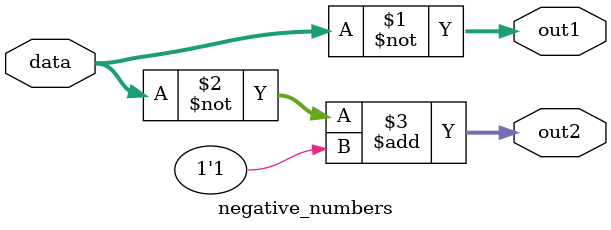
<source format=v>
module negative_numbers(
    input [7:0]data,
    output [7:0]out1,
    output [7:0]out2
);
assign out1=~data;          //1's compliment
assign out2=~data+1'b1;     //2's compliment
endmodule

</source>
